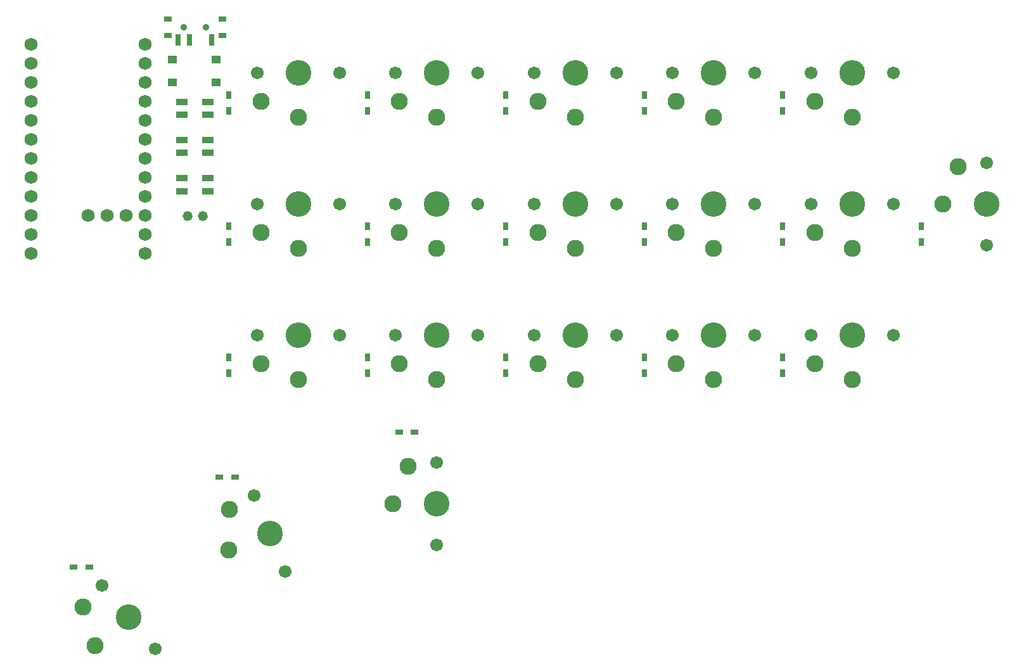
<source format=gbr>
%TF.GenerationSoftware,KiCad,Pcbnew,(6.0.7-1)-1*%
%TF.CreationDate,2022-10-06T22:38:23-07:00*%
%TF.ProjectId,karn-right,6b61726e-2d72-4696-9768-742e6b696361,rev?*%
%TF.SameCoordinates,Original*%
%TF.FileFunction,Soldermask,Top*%
%TF.FilePolarity,Negative*%
%FSLAX46Y46*%
G04 Gerber Fmt 4.6, Leading zero omitted, Abs format (unit mm)*
G04 Created by KiCad (PCBNEW (6.0.7-1)-1) date 2022-10-06 22:38:23*
%MOMM*%
%LPD*%
G01*
G04 APERTURE LIST*
%ADD10R,0.750000X1.000000*%
%ADD11R,1.000000X0.750000*%
%ADD12R,1.256900X1.041400*%
%ADD13C,1.701800*%
%ADD14C,3.429000*%
%ADD15C,2.282000*%
%ADD16R,1.600000X0.850000*%
%ADD17C,1.320800*%
%ADD18R,1.000000X0.800000*%
%ADD19C,0.900000*%
%ADD20R,0.700000X1.500000*%
%ADD21C,1.752600*%
G04 APERTURE END LIST*
D10*
%TO.C,D24*%
X138250000Y-62550900D03*
X138250000Y-60449100D03*
%TD*%
%TO.C,D22*%
X101250000Y-62550900D03*
X101250000Y-60449100D03*
%TD*%
D11*
%TO.C,D41*%
X61949100Y-106000000D03*
X64050900Y-106000000D03*
%TD*%
D10*
%TO.C,D11*%
X82750000Y-45050900D03*
X82750000Y-42949100D03*
%TD*%
%TO.C,D31*%
X82750000Y-80050900D03*
X82750000Y-77949100D03*
%TD*%
%TO.C,D13*%
X119750000Y-45050900D03*
X119750000Y-42949100D03*
%TD*%
%TO.C,D33*%
X119750000Y-80050900D03*
X119750000Y-77949100D03*
%TD*%
%TO.C,D14*%
X138250000Y-45050900D03*
X138250000Y-42949100D03*
%TD*%
%TO.C,D21*%
X82750000Y-62550900D03*
X82750000Y-60449100D03*
%TD*%
%TO.C,D32*%
X101250000Y-80050900D03*
X101250000Y-77949100D03*
%TD*%
%TO.C,D23*%
X119750000Y-62550900D03*
X119750000Y-60449100D03*
%TD*%
%TO.C,D12*%
X101250000Y-45050900D03*
X101250000Y-42949100D03*
%TD*%
%TO.C,D26*%
X175250000Y-62550900D03*
X175250000Y-60449100D03*
%TD*%
%TO.C,D34*%
X138250000Y-80050900D03*
X138250000Y-77949100D03*
%TD*%
%TO.C,D35*%
X156750000Y-80050900D03*
X156750000Y-77949100D03*
%TD*%
%TO.C,D15*%
X156750000Y-45050900D03*
X156750000Y-42949100D03*
%TD*%
D11*
%TO.C,D42*%
X81449100Y-94000000D03*
X83550900Y-94000000D03*
%TD*%
D10*
%TO.C,D25*%
X156750000Y-62550900D03*
X156750000Y-60449100D03*
%TD*%
D11*
%TO.C,D43*%
X105449100Y-88000000D03*
X107550900Y-88000000D03*
%TD*%
D12*
%TO.C,RSW1*%
X75172851Y-41200000D03*
X81027149Y-41200000D03*
X75172851Y-38200000D03*
X81027149Y-38200000D03*
%TD*%
D13*
%TO.C,SW22*%
X105000000Y-57500000D03*
X116000000Y-57500000D03*
D14*
X110500000Y-57500000D03*
D15*
X110500000Y-63400000D03*
X105500000Y-61300000D03*
%TD*%
D13*
%TO.C,SW15*%
X160500000Y-40000000D03*
D14*
X166000000Y-40000000D03*
D13*
X171500000Y-40000000D03*
D15*
X166000000Y-45900000D03*
X161000000Y-43800000D03*
%TD*%
D13*
%TO.C,SW13*%
X134500000Y-40000000D03*
D14*
X129000000Y-40000000D03*
D13*
X123500000Y-40000000D03*
D15*
X129000000Y-45900000D03*
X124000000Y-43800000D03*
%TD*%
D14*
%TO.C,SW42*%
X88184068Y-101523050D03*
D13*
X90244404Y-106622561D03*
X86123732Y-96423539D03*
D15*
X82713683Y-103733229D03*
X82787736Y-98310636D03*
%TD*%
D13*
%TO.C,SW31*%
X86500000Y-75000000D03*
D14*
X92000000Y-75000000D03*
D13*
X97500000Y-75000000D03*
D15*
X92000000Y-80900000D03*
X87000000Y-78800000D03*
%TD*%
D16*
%TO.C,L3*%
X79950000Y-45587847D03*
X79950000Y-43837847D03*
X76450000Y-43837847D03*
X76450000Y-45587847D03*
%TD*%
D17*
%TO.C,J1*%
X77199999Y-59052700D03*
X79200001Y-59052700D03*
%TD*%
D13*
%TO.C,SW26*%
X184000000Y-52000000D03*
X184000000Y-63000000D03*
D14*
X184000000Y-57500000D03*
D15*
X178100000Y-57500000D03*
X180200000Y-52500000D03*
%TD*%
D18*
%TO.C,SW_POWER1*%
X81850000Y-32734914D03*
D19*
X79700000Y-33834914D03*
D18*
X74550000Y-34944914D03*
X81850000Y-34944914D03*
D19*
X76700000Y-33834914D03*
D18*
X74550000Y-32734914D03*
D20*
X80450000Y-35594914D03*
X77450000Y-35594914D03*
X75950000Y-35594914D03*
%TD*%
D13*
%TO.C,SW33*%
X123500000Y-75000000D03*
X134500000Y-75000000D03*
D14*
X129000000Y-75000000D03*
D15*
X129000000Y-80900000D03*
X124000000Y-78800000D03*
%TD*%
D14*
%TO.C,SW25*%
X166000000Y-57500000D03*
D13*
X171500000Y-57500000D03*
X160500000Y-57500000D03*
D15*
X166000000Y-63400000D03*
X161000000Y-61300000D03*
%TD*%
D13*
%TO.C,SW32*%
X116000000Y-75000000D03*
X105000000Y-75000000D03*
D14*
X110500000Y-75000000D03*
D15*
X110500000Y-80900000D03*
X105500000Y-78800000D03*
%TD*%
D13*
%TO.C,SW21*%
X97500000Y-57500000D03*
X86500000Y-57500000D03*
D14*
X92000000Y-57500000D03*
D15*
X92000000Y-63400000D03*
X87000000Y-61300000D03*
%TD*%
D14*
%TO.C,SW41*%
X69349160Y-112683234D03*
D13*
X65813828Y-108469990D03*
X72884492Y-116896478D03*
D15*
X64829498Y-116475681D03*
X63224253Y-111295605D03*
%TD*%
D16*
%TO.C,L2*%
X79950000Y-50653294D03*
X79950000Y-48903294D03*
X76450000Y-48903294D03*
X76450000Y-50653294D03*
%TD*%
%TO.C,L1*%
X79950000Y-55762036D03*
X79950000Y-54012036D03*
X76450000Y-54012036D03*
X76450000Y-55762036D03*
%TD*%
D13*
%TO.C,SW12*%
X116000000Y-40000000D03*
X105000000Y-40000000D03*
D14*
X110500000Y-40000000D03*
D15*
X110500000Y-45900000D03*
X105500000Y-43800000D03*
%TD*%
D14*
%TO.C,SW35*%
X166000000Y-75000000D03*
D13*
X171500000Y-75000000D03*
X160500000Y-75000000D03*
D15*
X166000000Y-80900000D03*
X161000000Y-78800000D03*
%TD*%
D14*
%TO.C,SW11*%
X92000000Y-40000000D03*
D13*
X86500000Y-40000000D03*
X97500000Y-40000000D03*
D15*
X92000000Y-45900000D03*
X87000000Y-43800000D03*
%TD*%
D13*
%TO.C,SW23*%
X134500000Y-57500000D03*
X123500000Y-57500000D03*
D14*
X129000000Y-57500000D03*
D15*
X129000000Y-63400000D03*
X124000000Y-61300000D03*
%TD*%
D13*
%TO.C,SW34*%
X153000000Y-75000000D03*
X142000000Y-75000000D03*
D14*
X147500000Y-75000000D03*
D15*
X147500000Y-80900000D03*
X142500000Y-78800000D03*
%TD*%
D14*
%TO.C,SW43*%
X110500000Y-97500000D03*
D13*
X110500000Y-92000000D03*
X110500000Y-103000000D03*
D15*
X104600000Y-97500000D03*
X106700000Y-92500000D03*
%TD*%
D13*
%TO.C,SW14*%
X142000000Y-40000000D03*
D14*
X147500000Y-40000000D03*
D13*
X153000000Y-40000000D03*
D15*
X147500000Y-45900000D03*
X142500000Y-43800000D03*
%TD*%
D13*
%TO.C,SW24*%
X142000000Y-57500000D03*
D14*
X147500000Y-57500000D03*
D13*
X153000000Y-57500000D03*
D15*
X147500000Y-63400000D03*
X142500000Y-61300000D03*
%TD*%
D21*
%TO.C,U1*%
X71520000Y-36159750D03*
X71520000Y-38699750D03*
X71520000Y-41239750D03*
X71520000Y-43779750D03*
X71520000Y-46319750D03*
X71520000Y-48859750D03*
X71520000Y-51399750D03*
X71520000Y-53939750D03*
X71520000Y-56479750D03*
X71520000Y-59019750D03*
X71520000Y-61559750D03*
X71520000Y-64099750D03*
X56280000Y-64099750D03*
X56280000Y-61559750D03*
X56280000Y-59019750D03*
X56280000Y-56479750D03*
X56280000Y-53939750D03*
X56280000Y-51399750D03*
X56280000Y-48859750D03*
X56280000Y-46319750D03*
X56280000Y-43779750D03*
X56280000Y-41239750D03*
X56280000Y-38699750D03*
X56280000Y-36159750D03*
X68980000Y-59019750D03*
X66440000Y-59019750D03*
X63900000Y-59019750D03*
%TD*%
M02*

</source>
